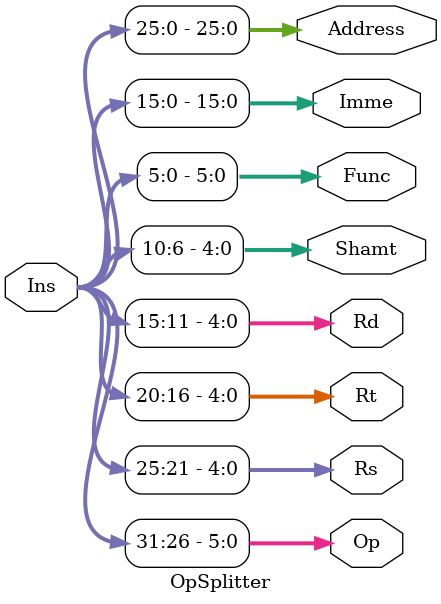
<source format=v>
`timescale 1ns / 1ps
module OpSplitter(Ins,Op,Rs,Rt,Rd,Shamt,Func,Imme,Address);
	input [31:0] Ins;
	output [5:0] Op;
	output [4:0] Rs;
	output [4:0] Rt;
	output [4:0] Rd;
	output [4:0] Shamt;
	output [5:0] Func;
	output [15:0] Imme;
	output [25:0] Address;
	assign Op = Ins[31:26];
	assign Rs = Ins[25:21];
	assign Rt = Ins[20:16];
	assign Rd = Ins[15:11];
	assign Shamt = Ins[10:6];
	assign Func = Ins[5:0];
	assign Imme = Ins[15:0];
	assign Address = Ins[25:0];
endmodule

</source>
